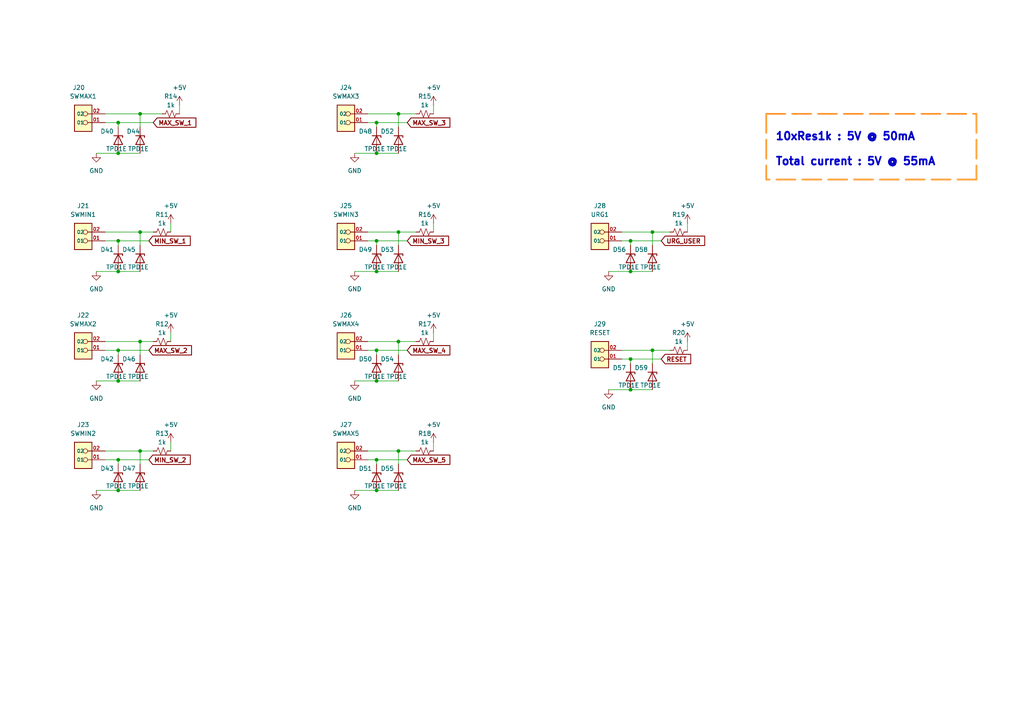
<source format=kicad_sch>
(kicad_sch (version 20211123) (generator eeschema)
  (paper "A4")
  (lib_symbols
    (symbol "Device:D_Zener" (pin_numbers hide) (pin_names (offset 1.016) hide)
      (property "Reference" "D" (at 0 2.54 0))
      (property "Value" "D_Zener" (at 0 -2.54 0))
      (symbol "D_Zener_0_1"
        (polyline (pts (xy 1.27 0) (xy -1.27 0)))
        (polyline (pts (xy -1.27 -1.27) (xy -1.27 1.27) (xy -0.762 1.27)) (stroke (width 0.254)))
        (polyline (pts (xy 1.27 -1.27) (xy 1.27 1.27) (xy -1.27 0) (xy 1.27 -1.27)) (stroke (width 0.254)))
      )
      (symbol "D_Zener_1_1"
        (pin passive line (at -3.81 0 0) (length 2.54) (name "K") (number "1"))
        (pin passive line (at 3.81 0 180) (length 2.54) (name "A") (number "2"))
      )
    )
    (symbol "Device:R_Small_US" (pin_numbers hide) (pin_names (offset 0.254) hide)
      (property "Reference" "R" (at 0.762 0.508 0))
      (property "Value" "R_Small_US" (at 0.762 -1.016 0))
      (symbol "R_Small_US_1_1"
        (polyline (pts (xy 0 0) (xy 1.016 -0.381) (xy 0 -0.762) (xy -1.016 -1.143) (xy 0 -1.524)))
        (polyline (pts (xy 0 1.524) (xy 1.016 1.143) (xy 0 0.762) (xy -1.016 0.381) (xy 0 0)))
        (pin passive line (at 0 2.54 270) (length 1.016) (name "~") (number "1"))
        (pin passive line (at 0 -2.54 90) (length 1.016) (name "~") (number "2"))
      )
    )
    (symbol "SymLib:1751099" (pin_names (offset 1.016))
      (property "Reference" "J" (at -6.85 5.08 0))
      (property "Value" "1751099" (at -6.35 -5.08 0))
      (symbol "1751099_0_0"
        (rectangle (start -6.35 5.08) (end -1.27 -2.54) (stroke (width 0.254)) (fill (type background)))
        (circle (center -4.445 0) (radius 0.635) (stroke (width 0.1524)))
        (circle (center -4.445 2.54) (radius 0.635) (stroke (width 0.1524)))
        (pin passive line (at -10.16 2.54 0) (length 5.08) (name "01") (number "01"))
        (pin passive line (at -10.16 0 0) (length 5.08) (name "02") (number "02"))
      )
    )
    (symbol "power:+5V" (power) (pin_names (offset 0))
      (property "Value" "+5V" (at 0 3.556 0))
      (symbol "+5V_0_1"
        (polyline (pts (xy -0.762 1.27) (xy 0 2.54)))
        (polyline (pts (xy 0 0) (xy 0 2.54)))
        (polyline (pts (xy 0 2.54) (xy 0.762 1.27)))
      )
      (symbol "+5V_1_1"
        (pin power_in line (at 0 0 90) (length 0) hide (name "+5V") (number "1"))
      )
    )
    (symbol "power:GND" (power) (pin_names (offset 0))
      (property "Value" "GND" (at 0 -3.81 0))
      (symbol "GND_0_1"
        (polyline (pts (xy 0 0) (xy 0 -1.27) (xy 1.27 -1.27) (xy 0 -2.54) (xy -1.27 -1.27) (xy 0 -1.27)))
      )
      (symbol "GND_1_1"
        (pin power_in line (at 0 0 270) (length 0) hide (name "GND") (number "1"))
      )
    )
  )
  (junction (at 109.22 142.24))
  (junction (at 34.29 69.85))
  (junction (at 182.88 104.14))
  (junction (at 189.23 101.6))
  (junction (at 34.29 110.49))
  (junction (at 34.29 35.56))
  (junction (at 40.64 33.02))
  (junction (at 34.29 142.24))
  (junction (at 115.57 130.81))
  (junction (at 109.22 110.49))
  (junction (at 109.22 44.45))
  (junction (at 34.29 78.74))
  (junction (at 109.22 101.6))
  (junction (at 40.64 99.06))
  (junction (at 182.88 113.03))
  (junction (at 34.29 133.35))
  (junction (at 109.22 69.85))
  (junction (at 109.22 35.56))
  (junction (at 109.22 133.35))
  (junction (at 182.88 78.74))
  (junction (at 115.57 33.02))
  (junction (at 189.23 67.31))
  (junction (at 40.64 67.31))
  (junction (at 182.88 69.85))
  (junction (at 115.57 67.31))
  (junction (at 34.29 101.6))
  (junction (at 34.29 44.45))
  (junction (at 40.64 130.81))
  (junction (at 115.57 99.06))
  (junction (at 109.22 78.74))
  (wire (pts (xy 40.64 67.31) (xy 40.64 71.12)))
  (wire (pts (xy 189.23 67.31) (xy 189.23 71.12)))
  (wire (pts (xy 118.11 133.35) (xy 109.22 133.35)))
  (wire (pts (xy 49.53 64.77) (xy 49.53 67.31)))
  (wire (pts (xy 182.88 71.12) (xy 182.88 69.85)))
  (wire (pts (xy 34.29 69.85) (xy 30.48 69.85)))
  (wire (pts (xy 34.29 110.49) (xy 40.64 110.49)))
  (wire (pts (xy 109.22 71.12) (xy 109.22 69.85)))
  (wire (pts (xy 34.29 134.62) (xy 34.29 133.35)))
  (wire (pts (xy 102.87 44.45) (xy 109.22 44.45)))
  (wire (pts (xy 40.64 67.31) (xy 44.45 67.31)))
  (wire (pts (xy 34.29 36.83) (xy 34.29 35.56)))
  (wire (pts (xy 189.23 101.6) (xy 194.31 101.6)))
  (wire (pts (xy 182.88 105.41) (xy 182.88 104.14)))
  (wire (pts (xy 30.48 67.31) (xy 40.64 67.31)))
  (wire (pts (xy 115.57 130.81) (xy 115.57 134.62)))
  (wire (pts (xy 199.39 99.06) (xy 199.39 101.6)))
  (wire (pts (xy 115.57 99.06) (xy 120.65 99.06)))
  (wire (pts (xy 199.39 64.77) (xy 199.39 67.31)))
  (wire (pts (xy 125.73 128.27) (xy 125.73 130.81)))
  (wire (pts (xy 118.11 35.56) (xy 109.22 35.56)))
  (wire (pts (xy 191.77 104.14) (xy 182.88 104.14)))
  (wire (pts (xy 191.77 69.85) (xy 182.88 69.85)))
  (wire (pts (xy 109.22 110.49) (xy 115.57 110.49)))
  (wire (pts (xy 40.64 99.06) (xy 40.64 102.87)))
  (wire (pts (xy 34.29 35.56) (xy 30.48 35.56)))
  (wire (pts (xy 30.48 130.81) (xy 40.64 130.81)))
  (wire (pts (xy 118.11 101.6) (xy 109.22 101.6)))
  (wire (pts (xy 182.88 78.74) (xy 189.23 78.74)))
  (wire (pts (xy 34.29 102.87) (xy 34.29 101.6)))
  (wire (pts (xy 106.68 99.06) (xy 115.57 99.06)))
  (wire (pts (xy 34.29 69.85) (xy 43.18 69.85)))
  (polyline (pts (xy 222.25 33.02) (xy 283.21 33.02)) (stroke (width 0.5) (type dash) (color 255 148 44 1)))
  (wire (pts (xy 125.73 64.77) (xy 125.73 67.31)))
  (wire (pts (xy 40.64 130.81) (xy 44.45 130.81)))
  (wire (pts (xy 180.34 101.6) (xy 189.23 101.6)))
  (wire (pts (xy 102.87 142.24) (xy 109.22 142.24)))
  (wire (pts (xy 49.53 128.27) (xy 49.53 130.81)))
  (wire (pts (xy 125.73 30.48) (xy 125.73 33.02)))
  (wire (pts (xy 182.88 113.03) (xy 189.23 113.03)))
  (wire (pts (xy 115.57 99.06) (xy 115.57 102.87)))
  (wire (pts (xy 189.23 101.6) (xy 189.23 105.41)))
  (wire (pts (xy 34.29 101.6) (xy 30.48 101.6)))
  (wire (pts (xy 115.57 33.02) (xy 115.57 36.83)))
  (wire (pts (xy 106.68 33.02) (xy 115.57 33.02)))
  (wire (pts (xy 182.88 104.14) (xy 180.34 104.14)))
  (wire (pts (xy 109.22 36.83) (xy 109.22 35.56)))
  (wire (pts (xy 30.48 33.02) (xy 40.64 33.02)))
  (wire (pts (xy 109.22 44.45) (xy 115.57 44.45)))
  (wire (pts (xy 102.87 78.74) (xy 109.22 78.74)))
  (wire (pts (xy 109.22 78.74) (xy 115.57 78.74)))
  (wire (pts (xy 109.22 69.85) (xy 106.68 69.85)))
  (wire (pts (xy 109.22 101.6) (xy 106.68 101.6)))
  (wire (pts (xy 34.29 133.35) (xy 30.48 133.35)))
  (wire (pts (xy 34.29 44.45) (xy 40.64 44.45)))
  (wire (pts (xy 115.57 67.31) (xy 120.65 67.31)))
  (wire (pts (xy 115.57 67.31) (xy 115.57 71.12)))
  (wire (pts (xy 115.57 130.81) (xy 120.65 130.81)))
  (wire (pts (xy 40.64 99.06) (xy 44.45 99.06)))
  (polyline (pts (xy 283.21 33.02) (xy 283.21 52.07)) (stroke (width 0.5) (type dash) (color 255 148 44 1)))
  (wire (pts (xy 118.11 69.85) (xy 109.22 69.85)))
  (wire (pts (xy 34.29 78.74) (xy 40.64 78.74)))
  (wire (pts (xy 176.53 78.74) (xy 182.88 78.74)))
  (wire (pts (xy 176.53 113.03) (xy 182.88 113.03)))
  (wire (pts (xy 109.22 102.87) (xy 109.22 101.6)))
  (wire (pts (xy 40.64 33.02) (xy 40.64 36.83)))
  (wire (pts (xy 125.73 96.52) (xy 125.73 99.06)))
  (wire (pts (xy 40.64 130.81) (xy 40.64 134.62)))
  (wire (pts (xy 52.07 30.48) (xy 52.07 33.02)))
  (wire (pts (xy 189.23 67.31) (xy 194.31 67.31)))
  (wire (pts (xy 27.94 110.49) (xy 34.29 110.49)))
  (wire (pts (xy 34.29 142.24) (xy 40.64 142.24)))
  (wire (pts (xy 102.87 110.49) (xy 109.22 110.49)))
  (wire (pts (xy 44.45 35.56) (xy 34.29 35.56)))
  (polyline (pts (xy 222.25 33.02) (xy 222.25 52.07)) (stroke (width 0.5) (type dash) (color 255 148 44 1)))
  (wire (pts (xy 49.53 96.52) (xy 49.53 99.06)))
  (wire (pts (xy 109.22 134.62) (xy 109.22 133.35)))
  (wire (pts (xy 109.22 133.35) (xy 106.68 133.35)))
  (polyline (pts (xy 283.21 52.07) (xy 222.25 52.07)) (stroke (width 0.5) (type dash) (color 255 148 44 1)))
  (wire (pts (xy 43.18 133.35) (xy 34.29 133.35)))
  (wire (pts (xy 182.88 69.85) (xy 180.34 69.85)))
  (wire (pts (xy 109.22 35.56) (xy 106.68 35.56)))
  (wire (pts (xy 27.94 78.74) (xy 34.29 78.74)))
  (wire (pts (xy 115.57 33.02) (xy 120.65 33.02)))
  (wire (pts (xy 106.68 67.31) (xy 115.57 67.31)))
  (wire (pts (xy 34.29 71.12) (xy 34.29 69.85)))
  (wire (pts (xy 30.48 99.06) (xy 40.64 99.06)))
  (wire (pts (xy 109.22 142.24) (xy 115.57 142.24)))
  (wire (pts (xy 40.64 33.02) (xy 46.99 33.02)))
  (wire (pts (xy 43.18 101.6) (xy 34.29 101.6)))
  (wire (pts (xy 27.94 44.45) (xy 34.29 44.45)))
  (wire (pts (xy 27.94 142.24) (xy 34.29 142.24)))
  (wire (pts (xy 180.34 67.31) (xy 189.23 67.31)))
  (wire (pts (xy 106.68 130.81) (xy 115.57 130.81)))
  (text "10xRes1k : 5V @ 50mA\n\nTotal current : 5V @ 55mA" (at 224.79 48.26 0) (effects (font (size 2.25 2.25) (thickness 0.5) bold) (justify left bottom)))
  (global_label "MAX_SW_1" (shape input) (at 44.45 35.56 0) (effects (font (thickness 0.254) bold)) (property "Intersheet References" "${INTERSHEET_REFS}" (effects hide)))
  (global_label "MIN_SW_3" (shape input) (at 118.11 69.85 0) (effects (font (thickness 0.254) bold)) (property "Intersheet References" "${INTERSHEET_REFS}" (effects hide)))
  (global_label "MIN_SW_1" (shape input) (at 43.18 69.85 0) (effects (font (thickness 0.254) bold)) (property "Intersheet References" "${INTERSHEET_REFS}" (effects hide)))
  (global_label "MAX_SW_3" (shape input) (at 118.11 35.56 0) (effects (font (thickness 0.254) bold)) (property "Intersheet References" "${INTERSHEET_REFS}" (effects hide)))
  (global_label "MAX_SW_4" (shape input) (at 118.11 101.6 0) (effects (font (thickness 0.254) bold)) (property "Intersheet References" "${INTERSHEET_REFS}" (effects hide)))
  (global_label "URG_USER" (shape input) (at 191.77 69.85 0) (effects (font (thickness 0.254) bold)) (property "Intersheet References" "${INTERSHEET_REFS}" (effects hide)))
  (global_label "MAX_SW_5" (shape input) (at 118.11 133.35 0) (effects (font (thickness 0.254) bold)) (property "Intersheet References" "${INTERSHEET_REFS}" (effects hide)))
  (global_label "MAX_SW_2" (shape input) (at 43.18 101.6 0) (effects (font (thickness 0.254) bold)) (property "Intersheet References" "${INTERSHEET_REFS}" (effects hide)))
  (global_label "MIN_SW_2" (shape input) (at 43.18 133.35 0) (effects (font (thickness 0.254) bold)) (property "Intersheet References" "${INTERSHEET_REFS}" (effects hide)))
  (global_label "RESET" (shape input) (at 191.77 104.14 0) (effects (font (thickness 0.254) bold)) (property "Intersheet References" "${INTERSHEET_REFS}" (effects hide)))
  (symbol (lib_id "power:+5V") (at 52.07 30.48 0) (unit 1)
    (property "Reference" "#PWR060" (effects hide))
    (property "Value" "+5V" (at 52.07 25.4 0))
  )
  (symbol (lib_id "power:GND") (at 102.87 78.74 0) (unit 1)
    (property "Reference" "#PWR062" (effects hide))
    (property "Value" "GND" (at 102.87 83.82 0))
  )
  (symbol (lib_id "power:+5V") (at 199.39 99.06 0) (unit 1)
    (property "Reference" "#PWR072" (effects hide))
    (property "Value" "+5V" (at 199.39 93.98 0))
  )
  (symbol (lib_id "Device:D_Zener") (at 109.22 138.43 270) (unit 1)
    (property "Reference" "D51" (at 107.95 135.89 90) (effects (justify right)))
    (property "Value" "TPD1E" (at 111.76 140.97 90) (effects (justify right)))
    (property "Footprint" "FootPrint:DPY2_TEX" (effects hide))
  )
  (symbol (lib_id "power:+5V") (at 49.53 96.52 0) (unit 1)
    (property "Reference" "#PWR058" (effects hide))
    (property "Value" "+5V" (at 49.53 91.44 0))
  )
  (symbol (lib_id "SymLib:1751099") (at 96.52 67.31 180) (unit 1)
    (property "Reference" "J25" (at 100.33 59.69 0))
    (property "Value" "SWMIN3" (at 100.33 62.23 0))
    (property "Footprint" "FootPrint:PHOENIX_1751099" (effects hide))
    (property "PARTREV" "03.03.2021" (effects hide))
    (property "STANDARD" "Manufacturer Recommendations" (effects hide))
    (property "MANUFACTURER" "Phoenix Contact" (effects hide))
  )
  (symbol (lib_id "Device:R_Small_US") (at 49.53 33.02 90) (unit 1)
    (property "Reference" "R14" (at 49.53 27.94 90))
    (property "Value" "1k" (at 49.53 30.48 90))
    (property "Footprint" "Resistor_SMD:R_0603_1608Metric" (effects hide))
  )
  (symbol (lib_id "Device:D_Zener") (at 189.23 109.22 270) (unit 1)
    (property "Reference" "D59" (at 187.96 106.68 90) (effects (justify right)))
    (property "Value" "TPD1E" (at 191.77 111.76 90) (effects (justify right)))
    (property "Footprint" "FootPrint:DPY2_TEX" (effects hide))
  )
  (symbol (lib_id "Device:D_Zener") (at 182.88 74.93 270) (unit 1)
    (property "Reference" "D56" (at 181.61 72.39 90) (effects (justify right)))
    (property "Value" "TPD1E" (at 185.42 77.47 90) (effects (justify right)))
    (property "Footprint" "FootPrint:DPY2_TEX" (effects hide))
  )
  (symbol (lib_id "power:+5V") (at 125.73 96.52 0) (unit 1)
    (property "Reference" "#PWR067" (effects hide))
    (property "Value" "+5V" (at 125.73 91.44 0))
  )
  (symbol (lib_id "Device:R_Small_US") (at 196.85 101.6 90) (unit 1)
    (property "Reference" "R20" (at 196.85 96.52 90))
    (property "Value" "1k" (at 196.85 99.06 90))
    (property "Footprint" "Resistor_SMD:R_0603_1608Metric" (effects hide))
  )
  (symbol (lib_id "power:GND") (at 102.87 142.24 0) (unit 1)
    (property "Reference" "#PWR064" (effects hide))
    (property "Value" "GND" (at 102.87 147.32 0))
  )
  (symbol (lib_id "Device:D_Zener") (at 40.64 74.93 270) (unit 1)
    (property "Reference" "D45" (at 39.37 72.39 90) (effects (justify right)))
    (property "Value" "TPD1E" (at 43.18 77.47 90) (effects (justify right)))
    (property "Footprint" "FootPrint:DPY2_TEX" (effects hide))
  )
  (symbol (lib_id "SymLib:1751099") (at 170.18 101.6 180) (unit 1)
    (property "Reference" "J29" (at 173.99 93.98 0))
    (property "Value" "RESET" (at 173.99 96.52 0))
    (property "Footprint" "FootPrint:PHOENIX_1751099" (effects hide))
    (property "PARTREV" "03.03.2021" (effects hide))
    (property "STANDARD" "Manufacturer Recommendations" (effects hide))
    (property "MANUFACTURER" "Phoenix Contact" (effects hide))
  )
  (symbol (lib_id "Device:D_Zener") (at 40.64 138.43 270) (unit 1)
    (property "Reference" "D47" (at 39.37 135.89 90) (effects (justify right)))
    (property "Value" "TPD1E" (at 43.18 140.97 90) (effects (justify right)))
    (property "Footprint" "FootPrint:DPY2_TEX" (effects hide))
  )
  (symbol (lib_id "Device:D_Zener") (at 115.57 40.64 270) (unit 1)
    (property "Reference" "D52" (at 114.3 38.1 90) (effects (justify right)))
    (property "Value" "TPD1E" (at 118.11 43.18 90) (effects (justify right)))
    (property "Footprint" "FootPrint:DPY2_TEX" (effects hide))
  )
  (symbol (lib_id "power:+5V") (at 49.53 128.27 0) (unit 1)
    (property "Reference" "#PWR059" (effects hide))
    (property "Value" "+5V" (at 49.53 123.19 0))
  )
  (symbol (lib_id "SymLib:1751099") (at 96.52 99.06 180) (unit 1)
    (property "Reference" "J26" (at 100.33 91.44 0))
    (property "Value" "SWMAX4" (at 100.33 93.98 0))
    (property "Footprint" "FootPrint:PHOENIX_1751099" (effects hide))
    (property "PARTREV" "03.03.2021" (effects hide))
    (property "STANDARD" "Manufacturer Recommendations" (effects hide))
    (property "MANUFACTURER" "Phoenix Contact" (effects hide))
  )
  (symbol (lib_id "Device:D_Zener") (at 109.22 40.64 270) (unit 1)
    (property "Reference" "D48" (at 107.95 38.1 90) (effects (justify right)))
    (property "Value" "TPD1E" (at 111.76 43.18 90) (effects (justify right)))
    (property "Footprint" "FootPrint:DPY2_TEX" (effects hide))
  )
  (symbol (lib_id "SymLib:1751099") (at 20.32 130.81 180) (unit 1)
    (property "Reference" "J23" (at 24.13 123.19 0))
    (property "Value" "SWMIN2" (at 24.13 125.73 0))
    (property "Footprint" "FootPrint:PHOENIX_1751099" (effects hide))
    (property "PARTREV" "03.03.2021" (effects hide))
    (property "STANDARD" "Manufacturer Recommendations" (effects hide))
    (property "MANUFACTURER" "Phoenix Contact" (effects hide))
  )
  (symbol (lib_id "Device:D_Zener") (at 189.23 74.93 270) (unit 1)
    (property "Reference" "D58" (at 187.96 72.39 90) (effects (justify right)))
    (property "Value" "TPD1E" (at 191.77 77.47 90) (effects (justify right)))
    (property "Footprint" "FootPrint:DPY2_TEX" (effects hide))
  )
  (symbol (lib_id "power:GND") (at 27.94 142.24 0) (unit 1)
    (property "Reference" "#PWR056" (effects hide))
    (property "Value" "GND" (at 27.94 147.32 0))
  )
  (symbol (lib_id "Device:D_Zener") (at 40.64 40.64 270) (unit 1)
    (property "Reference" "D44" (at 40.64 38.1 90) (effects (justify right)))
    (property "Value" "TPD1E" (at 43.18 43.18 90) (effects (justify right)))
    (property "Footprint" "FootPrint:DPY2_TEX" (effects hide))
  )
  (symbol (lib_id "Device:D_Zener") (at 40.64 106.68 270) (unit 1)
    (property "Reference" "D46" (at 39.37 104.14 90) (effects (justify right)))
    (property "Value" "TPD1E" (at 43.18 109.22 90) (effects (justify right)))
    (property "Footprint" "FootPrint:DPY2_TEX" (effects hide))
  )
  (symbol (lib_id "Device:R_Small_US") (at 123.19 33.02 90) (unit 1)
    (property "Reference" "R15" (at 123.19 27.94 90))
    (property "Value" "1k" (at 123.19 30.48 90))
    (property "Footprint" "Resistor_SMD:R_0603_1608Metric" (effects hide))
  )
  (symbol (lib_id "Device:R_Small_US") (at 123.19 99.06 90) (unit 1)
    (property "Reference" "R17" (at 123.19 93.98 90))
    (property "Value" "1k" (at 123.19 96.52 90))
    (property "Footprint" "Resistor_SMD:R_0603_1608Metric" (effects hide))
  )
  (symbol (lib_id "power:GND") (at 27.94 44.45 0) (unit 1)
    (property "Reference" "#PWR053" (effects hide))
    (property "Value" "GND" (at 27.94 49.53 0))
  )
  (symbol (lib_id "power:GND") (at 27.94 78.74 0) (unit 1)
    (property "Reference" "#PWR054" (effects hide))
    (property "Value" "GND" (at 27.94 83.82 0))
  )
  (symbol (lib_id "Device:D_Zener") (at 109.22 106.68 270) (unit 1)
    (property "Reference" "D50" (at 107.95 104.14 90) (effects (justify right)))
    (property "Value" "TPD1E" (at 111.76 109.22 90) (effects (justify right)))
    (property "Footprint" "FootPrint:DPY2_TEX" (effects hide))
  )
  (symbol (lib_id "SymLib:1751099") (at 96.52 130.81 180) (unit 1)
    (property "Reference" "J27" (at 100.33 123.19 0))
    (property "Value" "SWMAX5" (at 100.33 125.73 0))
    (property "Footprint" "FootPrint:PHOENIX_1751099" (effects hide))
    (property "PARTREV" "03.03.2021" (effects hide))
    (property "STANDARD" "Manufacturer Recommendations" (effects hide))
    (property "MANUFACTURER" "Phoenix Contact" (effects hide))
  )
  (symbol (lib_id "power:GND") (at 176.53 78.74 0) (unit 1)
    (property "Reference" "#PWR069" (effects hide))
    (property "Value" "GND" (at 176.53 83.82 0))
  )
  (symbol (lib_id "power:+5V") (at 199.39 64.77 0) (unit 1)
    (property "Reference" "#PWR071" (effects hide))
    (property "Value" "+5V" (at 199.39 59.69 0))
  )
  (symbol (lib_id "Device:D_Zener") (at 34.29 74.93 270) (unit 1)
    (property "Reference" "D41" (at 33.02 72.39 90) (effects (justify right)))
    (property "Value" "TPD1E" (at 36.83 77.47 90) (effects (justify right)))
    (property "Footprint" "FootPrint:DPY2_TEX" (effects hide))
  )
  (symbol (lib_id "Device:D_Zener") (at 109.22 74.93 270) (unit 1)
    (property "Reference" "D49" (at 107.95 72.39 90) (effects (justify right)))
    (property "Value" "TPD1E" (at 111.76 77.47 90) (effects (justify right)))
    (property "Footprint" "FootPrint:DPY2_TEX" (effects hide))
  )
  (symbol (lib_id "SymLib:1751099") (at 20.32 67.31 180) (unit 1)
    (property "Reference" "J21" (at 24.13 59.69 0))
    (property "Value" "SWMIN1" (at 24.13 62.23 0))
    (property "Footprint" "FootPrint:PHOENIX_1751099" (effects hide))
    (property "PARTREV" "03.03.2021" (effects hide))
    (property "STANDARD" "Manufacturer Recommendations" (effects hide))
    (property "MANUFACTURER" "Phoenix Contact" (effects hide))
  )
  (symbol (lib_id "Device:D_Zener") (at 115.57 138.43 270) (unit 1)
    (property "Reference" "D55" (at 114.3 135.89 90) (effects (justify right)))
    (property "Value" "TPD1E" (at 118.11 140.97 90) (effects (justify right)))
    (property "Footprint" "FootPrint:DPY2_TEX" (effects hide))
  )
  (symbol (lib_id "power:GND") (at 176.53 113.03 0) (unit 1)
    (property "Reference" "#PWR070" (effects hide))
    (property "Value" "GND" (at 176.53 118.11 0))
  )
  (symbol (lib_id "power:+5V") (at 125.73 64.77 0) (unit 1)
    (property "Reference" "#PWR066" (effects hide))
    (property "Value" "+5V" (at 125.73 59.69 0))
  )
  (symbol (lib_id "power:GND") (at 102.87 44.45 0) (unit 1)
    (property "Reference" "#PWR061" (effects hide))
    (property "Value" "GND" (at 102.87 49.53 0))
  )
  (symbol (lib_id "Device:R_Small_US") (at 46.99 67.31 90) (unit 1)
    (property "Reference" "R11" (at 46.99 62.23 90))
    (property "Value" "1k" (at 46.99 64.77 90))
    (property "Footprint" "Resistor_SMD:R_0603_1608Metric" (effects hide))
  )
  (symbol (lib_id "Device:R_Small_US") (at 46.99 130.81 90) (unit 1)
    (property "Reference" "R13" (at 46.99 125.73 90))
    (property "Value" "1k" (at 46.99 128.27 90))
    (property "Footprint" "Resistor_SMD:R_0603_1608Metric" (effects hide))
  )
  (symbol (lib_id "Device:R_Small_US") (at 196.85 67.31 90) (unit 1)
    (property "Reference" "R19" (at 196.85 62.23 90))
    (property "Value" "1k" (at 196.85 64.77 90))
    (property "Footprint" "Resistor_SMD:R_0603_1608Metric" (effects hide))
  )
  (symbol (lib_id "power:+5V") (at 49.53 64.77 0) (unit 1)
    (property "Reference" "#PWR057" (effects hide))
    (property "Value" "+5V" (at 49.53 59.69 0))
  )
  (symbol (lib_id "Device:D_Zener") (at 115.57 74.93 270) (unit 1)
    (property "Reference" "D53" (at 114.3 72.39 90) (effects (justify right)))
    (property "Value" "TPD1E" (at 118.11 77.47 90) (effects (justify right)))
    (property "Footprint" "FootPrint:DPY2_TEX" (effects hide))
  )
  (symbol (lib_id "Device:D_Zener") (at 34.29 40.64 270) (unit 1)
    (property "Reference" "D40" (at 33.02 38.1 90) (effects (justify right)))
    (property "Value" "TPD1E" (at 36.83 43.18 90) (effects (justify right)))
    (property "Footprint" "FootPrint:DPY2_TEX" (effects hide))
  )
  (symbol (lib_id "power:GND") (at 102.87 110.49 0) (unit 1)
    (property "Reference" "#PWR063" (effects hide))
    (property "Value" "GND" (at 102.87 115.57 0))
  )
  (symbol (lib_id "Device:D_Zener") (at 34.29 138.43 270) (unit 1)
    (property "Reference" "D43" (at 33.02 135.89 90) (effects (justify right)))
    (property "Value" "TPD1E" (at 36.83 140.97 90) (effects (justify right)))
    (property "Footprint" "FootPrint:DPY2_TEX" (effects hide))
  )
  (symbol (lib_id "SymLib:1751099") (at 20.32 33.02 180) (unit 1)
    (property "Reference" "J20" (at 22.86 25.4 0))
    (property "Value" "SWMAX1" (at 24.13 27.94 0))
    (property "Footprint" "FootPrint:PHOENIX_1751099" (effects hide))
    (property "PARTREV" "03.03.2021" (effects hide))
    (property "STANDARD" "Manufacturer Recommendations" (effects hide))
    (property "MANUFACTURER" "Phoenix Contact" (effects hide))
  )
  (symbol (lib_id "Device:D_Zener") (at 34.29 106.68 270) (unit 1)
    (property "Reference" "D42" (at 33.02 104.14 90) (effects (justify right)))
    (property "Value" "TPD1E" (at 36.83 109.22 90) (effects (justify right)))
    (property "Footprint" "FootPrint:DPY2_TEX" (effects hide))
  )
  (symbol (lib_id "Device:D_Zener") (at 182.88 109.22 270) (unit 1)
    (property "Reference" "D57" (at 181.61 106.68 90) (effects (justify right)))
    (property "Value" "TPD1E" (at 185.42 111.76 90) (effects (justify right)))
    (property "Footprint" "FootPrint:DPY2_TEX" (effects hide))
  )
  (symbol (lib_id "power:+5V") (at 125.73 30.48 0) (unit 1)
    (property "Reference" "#PWR065" (effects hide))
    (property "Value" "+5V" (at 125.73 25.4 0))
  )
  (symbol (lib_id "Device:R_Small_US") (at 46.99 99.06 90) (unit 1)
    (property "Reference" "R12" (at 46.99 93.98 90))
    (property "Value" "1k" (at 46.99 96.52 90))
    (property "Footprint" "Resistor_SMD:R_0603_1608Metric" (effects hide))
  )
  (symbol (lib_id "power:+5V") (at 125.73 128.27 0) (unit 1)
    (property "Reference" "#PWR068" (effects hide))
    (property "Value" "+5V" (at 125.73 123.19 0))
  )
  (symbol (lib_id "SymLib:1751099") (at 20.32 99.06 180) (unit 1)
    (property "Reference" "J22" (at 24.13 91.44 0))
    (property "Value" "SWMAX2" (at 24.13 93.98 0))
    (property "Footprint" "FootPrint:PHOENIX_1751099" (effects hide))
    (property "PARTREV" "03.03.2021" (effects hide))
    (property "STANDARD" "Manufacturer Recommendations" (effects hide))
    (property "MANUFACTURER" "Phoenix Contact" (effects hide))
  )
  (symbol (lib_id "Device:D_Zener") (at 115.57 106.68 270) (unit 1)
    (property "Reference" "D54" (at 114.3 104.14 90) (effects (justify right)))
    (property "Value" "TPD1E" (at 118.11 109.22 90) (effects (justify right)))
    (property "Footprint" "FootPrint:DPY2_TEX" (effects hide))
  )
  (symbol (lib_id "Device:R_Small_US") (at 123.19 130.81 90) (unit 1)
    (property "Reference" "R18" (at 123.19 125.73 90))
    (property "Value" "1k" (at 123.19 128.27 90))
    (property "Footprint" "Resistor_SMD:R_0603_1608Metric" (effects hide))
  )
  (symbol (lib_id "SymLib:1751099") (at 96.52 33.02 180) (unit 1)
    (property "Reference" "J24" (at 100.33 25.4 0))
    (property "Value" "SWMAX3" (at 100.33 27.94 0))
    (property "Footprint" "FootPrint:PHOENIX_1751099" (effects hide))
    (property "PARTREV" "03.03.2021" (effects hide))
    (property "STANDARD" "Manufacturer Recommendations" (effects hide))
    (property "MANUFACTURER" "Phoenix Contact" (effects hide))
  )
  (symbol (lib_id "Device:R_Small_US") (at 123.19 67.31 90) (unit 1)
    (property "Reference" "R16" (at 123.19 62.23 90))
    (property "Value" "1k" (at 123.19 64.77 90))
    (property "Footprint" "Resistor_SMD:R_0603_1608Metric" (effects hide))
  )
  (symbol (lib_id "SymLib:1751099") (at 170.18 67.31 180) (unit 1)
    (property "Reference" "J28" (at 173.99 59.69 0))
    (property "Value" "URG1" (at 173.99 62.23 0))
    (property "Footprint" "FootPrint:PHOENIX_1751099" (effects hide))
    (property "PARTREV" "03.03.2021" (effects hide))
    (property "STANDARD" "Manufacturer Recommendations" (effects hide))
    (property "MANUFACTURER" "Phoenix Contact" (effects hide))
  )
  (symbol (lib_id "power:GND") (at 27.94 110.49 0) (unit 1)
    (property "Reference" "#PWR055" (effects hide))
    (property "Value" "GND" (at 27.94 115.57 0))
  )
)
</source>
